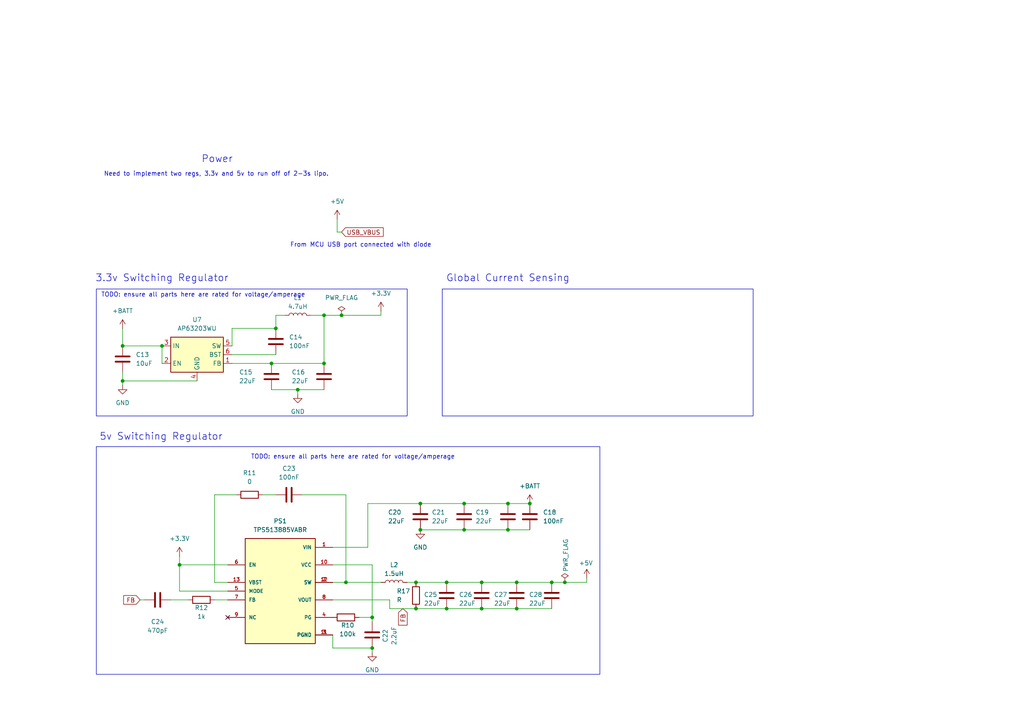
<source format=kicad_sch>
(kicad_sch (version 20231120) (generator "eeschema") (generator_version "8.0")
  (paper "A4")
  (lib_symbols
    (symbol "Device:C" (pin_numbers hide) (pin_names (offset 0.254))
      (property "Reference" "C" (at 0.635 2.54 0))
      (property "Value" "C" (at 0.635 -2.54 0))
      (symbol "C_0_1"
        (polyline (pts (xy -2.032 -0.762) (xy 2.032 -0.762)) (stroke (width 0.508)))
        (polyline (pts (xy -2.032 0.762) (xy 2.032 0.762)) (stroke (width 0.508)))
      )
      (symbol "C_1_1"
        (pin passive line (at 0 3.81 270) (length 2.794) (name "~") (number "1"))
        (pin passive line (at 0 -3.81 90) (length 2.794) (name "~") (number "2"))
      )
    )
    (symbol "Device:L" (pin_numbers hide) (pin_names (offset 1.016) hide)
      (property "Reference" "L" (at -1.27 0 90))
      (property "Value" "L" (at 1.905 0 90))
      (symbol "L_0_1"
        (arc (start 0 -2.54) (mid 0.6323 -1.905) (end 0 -1.27))
        (arc (start 0 -1.27) (mid 0.6323 -0.635) (end 0 0))
        (arc (start 0 0) (mid 0.6323 0.635) (end 0 1.27))
        (arc (start 0 1.27) (mid 0.6323 1.905) (end 0 2.54))
      )
      (symbol "L_1_1"
        (pin passive line (at 0 3.81 270) (length 1.27) (name "1") (number "1"))
        (pin passive line (at 0 -3.81 90) (length 1.27) (name "2") (number "2"))
      )
    )
    (symbol "Device:R" (pin_numbers hide) (pin_names (offset 0))
      (property "Reference" "R" (at 2.032 0 90))
      (property "Value" "R" (at 0 0 90))
      (symbol "R_0_1"
        (rectangle (start -1.016 -2.54) (end 1.016 2.54) (stroke (width 0.254)))
      )
      (symbol "R_1_1"
        (pin passive line (at 0 3.81 270) (length 1.27) (name "~") (number "1"))
        (pin passive line (at 0 -3.81 90) (length 1.27) (name "~") (number "2"))
      )
    )
    (symbol "Regulator_Switching:AP63203WU"
      (property "Reference" "U" (at -7.62 6.35 0))
      (property "Value" "AP63203WU" (at 2.54 6.35 0))
      (symbol "AP63203WU_0_1"
        (rectangle (start -7.62 5.08) (end 7.62 -5.08) (stroke (width 0.254)) (fill (type background)))
      )
      (symbol "AP63203WU_1_1"
        (pin input line (at 10.16 -2.54 180) (length 2.54) (name "FB") (number "1"))
        (pin input line (at -10.16 -2.54 0) (length 2.54) (name "EN") (number "2"))
        (pin power_in line (at -10.16 2.54 0) (length 2.54) (name "IN") (number "3"))
        (pin power_in line (at 0 -7.62 90) (length 2.54) (name "GND") (number "4"))
        (pin output line (at 10.16 2.54 180) (length 2.54) (name "SW") (number "5"))
        (pin passive line (at 10.16 0 180) (length 2.54) (name "BST") (number "6"))
      )
    )
    (symbol "TPS513885VABR:TPS513885VABR" (pin_names (offset 1.016))
      (property "Reference" "PS" (at -10.16 16.002 0))
      (property "Value" "TPS513885VABR" (at -10.16 -17.78 0))
      (symbol "TPS513885VABR_0_0"
        (rectangle (start -10.16 -15.24) (end 10.16 15.24) (stroke (width 0.254)) (fill (type background)))
        (pin power_in line (at 15.24 12.7 180) (length 5.08) (name "VIN") (number "1"))
        (pin output line (at 15.24 7.62 180) (length 5.08) (name "VCC") (number "10"))
        (pin power_in line (at 15.24 -12.7 180) (length 5.08) (name "PGND") (number "11"))
        (pin output line (at 15.24 2.54 180) (length 5.08) (name "SW") (number "12"))
        (pin input line (at -15.24 2.54 0) (length 5.08) (name "VBST") (number "13"))
        (pin output line (at 15.24 2.54 180) (length 5.08) (name "SW") (number "2"))
        (pin power_in line (at 15.24 -12.7 180) (length 5.08) (name "PGND") (number "3"))
        (pin output line (at 15.24 -7.62 180) (length 5.08) (name "PG") (number "4"))
        (pin input line (at -15.24 0 0) (length 5.08) (name "MODE") (number "5"))
        (pin input line (at -15.24 7.62 0) (length 5.08) (name "EN") (number "6"))
        (pin input line (at -15.24 -2.54 0) (length 5.08) (name "FB") (number "7"))
        (pin output line (at 15.24 -2.54 180) (length 5.08) (name "VOUT") (number "8"))
        (pin no_connect line (at -15.24 -7.62 0) (length 5.08) (name "NC") (number "9"))
      )
    )
    (symbol "power:+3.3V" (power) (pin_numbers hide) (pin_names (offset 0) hide)
      (property "Value" "+3.3V" (at 0 3.556 0))
      (symbol "+3.3V_0_1"
        (polyline (pts (xy -0.762 1.27) (xy 0 2.54)))
        (polyline (pts (xy 0 0) (xy 0 2.54)))
        (polyline (pts (xy 0 2.54) (xy 0.762 1.27)))
      )
      (symbol "+3.3V_1_1"
        (pin power_in line (at 0 0 90) (length 0) (name "~") (number "1"))
      )
    )
    (symbol "power:+5V" (power) (pin_numbers hide) (pin_names (offset 0) hide)
      (property "Value" "+5V" (at 0 3.556 0))
      (symbol "+5V_0_1"
        (polyline (pts (xy -0.762 1.27) (xy 0 2.54)))
        (polyline (pts (xy 0 0) (xy 0 2.54)))
        (polyline (pts (xy 0 2.54) (xy 0.762 1.27)))
      )
      (symbol "+5V_1_1"
        (pin power_in line (at 0 0 90) (length 0) (name "~") (number "1"))
      )
    )
    (symbol "power:+BATT" (power) (pin_numbers hide) (pin_names (offset 0) hide)
      (property "Value" "+BATT" (at 0 3.556 0))
      (symbol "+BATT_0_1"
        (polyline (pts (xy -0.762 1.27) (xy 0 2.54)))
        (polyline (pts (xy 0 0) (xy 0 2.54)))
        (polyline (pts (xy 0 2.54) (xy 0.762 1.27)))
      )
      (symbol "+BATT_1_1"
        (pin power_in line (at 0 0 90) (length 0) (name "~") (number "1"))
      )
    )
    (symbol "power:GND" (power) (pin_numbers hide) (pin_names (offset 0) hide)
      (property "Value" "GND" (at 0 -3.81 0))
      (symbol "GND_0_1"
        (polyline (pts (xy 0 0) (xy 0 -1.27) (xy 1.27 -1.27) (xy 0 -2.54) (xy -1.27 -1.27) (xy 0 -1.27)))
      )
      (symbol "GND_1_1"
        (pin power_in line (at 0 0 270) (length 0) (name "~") (number "1"))
      )
    )
    (symbol "power:PWR_FLAG" (power) (pin_numbers hide) (pin_names (offset 0) hide)
      (property "Value" "PWR_FLAG" (at 0 3.81 0))
      (symbol "PWR_FLAG_0_0"
        (pin power_out line (at 0 0 90) (length 0) (name "~") (number "1"))
      )
      (symbol "PWR_FLAG_0_1"
        (polyline (pts (xy 0 0) (xy 0 1.27) (xy -1.016 1.905) (xy 0 2.54) (xy 1.016 1.905) (xy 0 1.27)))
      )
    )
  )
  (junction (at 160.02 168.91))
  (junction (at 129.54 168.91))
  (junction (at 147.32 153.67))
  (junction (at 107.95 187.96))
  (junction (at 120.65 176.53))
  (junction (at 35.56 110.49))
  (junction (at 149.86 176.53))
  (junction (at 107.95 179.07))
  (junction (at 80.01 95.25))
  (junction (at 121.92 153.67))
  (junction (at 93.98 105.41))
  (junction (at 120.65 168.91))
  (junction (at 153.67 146.05))
  (junction (at 149.86 168.91))
  (junction (at 134.62 146.05))
  (junction (at 93.98 91.44))
  (junction (at 129.54 176.53))
  (junction (at 147.32 146.05))
  (junction (at 46.99 100.33))
  (junction (at 78.74 105.41))
  (junction (at 134.62 153.67))
  (junction (at 52.07 163.83))
  (junction (at 35.56 100.33))
  (junction (at 163.83 168.91))
  (junction (at 121.92 146.05))
  (junction (at 99.06 91.44))
  (junction (at 139.7 176.53))
  (junction (at 100.33 168.91))
  (junction (at 86.36 113.03))
  (junction (at 139.7 168.91))
  (no_connect (at 66.04 179.07))
  (wire (pts (xy 107.95 179.07) (xy 107.95 180.34)))
  (wire (pts (xy 118.11 168.91) (xy 120.65 168.91)))
  (wire (pts (xy 139.7 168.91) (xy 149.86 168.91)))
  (wire (pts (xy 134.62 153.67) (xy 147.32 153.67)))
  (wire (pts (xy 87.63 143.51) (xy 100.33 143.51)))
  (wire (pts (xy 134.62 146.05) (xy 147.32 146.05)))
  (wire (pts (xy 78.74 113.03) (xy 86.36 113.03)))
  (wire (pts (xy 78.74 105.41) (xy 93.98 105.41)))
  (wire (pts (xy 66.04 171.45) (xy 52.07 171.45)))
  (wire (pts (xy 129.54 168.91) (xy 139.7 168.91)))
  (wire (pts (xy 106.68 158.75) (xy 96.52 158.75)))
  (wire (pts (xy 96.52 163.83) (xy 107.95 163.83)))
  (wire (pts (xy 52.07 163.83) (xy 66.04 163.83)))
  (wire (pts (xy 107.95 189.23) (xy 107.95 187.96)))
  (wire (pts (xy 113.03 176.53) (xy 113.03 173.99)))
  (wire (pts (xy 67.31 100.33) (xy 67.31 95.25)))
  (wire (pts (xy 49.53 173.99) (xy 54.61 173.99)))
  (wire (pts (xy 121.92 153.67) (xy 134.62 153.67)))
  (wire (pts (xy 129.54 176.53) (xy 139.7 176.53)))
  (wire (pts (xy 62.23 173.99) (xy 66.04 173.99)))
  (wire (pts (xy 80.01 91.44) (xy 80.01 95.25)))
  (wire (pts (xy 93.98 105.41) (xy 93.98 91.44)))
  (wire (pts (xy 67.31 102.87) (xy 80.01 102.87)))
  (wire (pts (xy 35.56 111.76) (xy 35.56 110.49)))
  (wire (pts (xy 86.36 113.03) (xy 86.36 114.3)))
  (wire (pts (xy 147.32 146.05) (xy 153.67 146.05)))
  (wire (pts (xy 35.56 110.49) (xy 57.15 110.49)))
  (wire (pts (xy 96.52 184.15) (xy 96.52 187.96)))
  (wire (pts (xy 35.56 100.33) (xy 35.56 95.25)))
  (wire (pts (xy 120.65 176.53) (xy 129.54 176.53)))
  (wire (pts (xy 107.95 163.83) (xy 107.95 179.07)))
  (wire (pts (xy 139.7 176.53) (xy 149.86 176.53)))
  (wire (pts (xy 46.99 100.33) (xy 46.99 105.41)))
  (wire (pts (xy 106.68 146.05) (xy 121.92 146.05)))
  (wire (pts (xy 82.55 91.44) (xy 80.01 91.44)))
  (wire (pts (xy 149.86 176.53) (xy 160.02 176.53)))
  (wire (pts (xy 160.02 168.91) (xy 163.83 168.91)))
  (wire (pts (xy 113.03 176.53) (xy 120.65 176.53)))
  (wire (pts (xy 104.14 179.07) (xy 107.95 179.07)))
  (wire (pts (xy 66.04 168.91) (xy 62.23 168.91)))
  (wire (pts (xy 62.23 168.91) (xy 62.23 143.51)))
  (wire (pts (xy 46.99 100.33) (xy 35.56 100.33)))
  (wire (pts (xy 52.07 161.29) (xy 52.07 163.83)))
  (wire (pts (xy 113.03 173.99) (xy 96.52 173.99)))
  (wire (pts (xy 147.32 153.67) (xy 153.67 153.67)))
  (wire (pts (xy 97.79 63.5) (xy 97.79 67.31)))
  (wire (pts (xy 100.33 143.51) (xy 100.33 168.91)))
  (wire (pts (xy 52.07 171.45) (xy 52.07 163.83)))
  (wire (pts (xy 35.56 107.95) (xy 35.56 110.49)))
  (wire (pts (xy 62.23 143.51) (xy 68.58 143.51)))
  (wire (pts (xy 120.65 168.91) (xy 129.54 168.91)))
  (wire (pts (xy 96.52 187.96) (xy 107.95 187.96)))
  (wire (pts (xy 97.79 67.31) (xy 99.06 67.31)))
  (wire (pts (xy 106.68 146.05) (xy 106.68 158.75)))
  (wire (pts (xy 149.86 168.91) (xy 160.02 168.91)))
  (wire (pts (xy 40.64 173.99) (xy 41.91 173.99)))
  (wire (pts (xy 76.2 143.51) (xy 80.01 143.51)))
  (wire (pts (xy 96.52 168.91) (xy 100.33 168.91)))
  (wire (pts (xy 67.31 95.25) (xy 80.01 95.25)))
  (wire (pts (xy 67.31 105.41) (xy 78.74 105.41)))
  (wire (pts (xy 100.33 168.91) (xy 110.49 168.91)))
  (wire (pts (xy 110.49 90.17) (xy 110.49 91.44)))
  (wire (pts (xy 93.98 91.44) (xy 99.06 91.44)))
  (wire (pts (xy 163.83 168.91) (xy 170.18 168.91)))
  (wire (pts (xy 99.06 91.44) (xy 110.49 91.44)))
  (wire (pts (xy 90.17 91.44) (xy 93.98 91.44)))
  (wire (pts (xy 86.36 113.03) (xy 93.98 113.03)))
  (wire (pts (xy 121.92 146.05) (xy 134.62 146.05)))
  (wire (pts (xy 170.18 167.64) (xy 170.18 168.91)))
  (rectangle (start 27.94 83.82) (end 118.11 120.65))
  (rectangle (start 27.94 129.54) (end 173.99 195.58))
  (rectangle (start 128.27 83.82) (end 218.44 120.65))
  (text "TODO: ensure all parts here are rated for voltage/amperage" (at 58.928 85.598 0) (effects (font (size 1.27 1.27))))
  (text "Power" (at 62.992 46.228 0) (effects (font (size 2.032 2.032))))
  (text "5v Switching Regulator" (at 46.736 126.746 0) (effects (font (size 2.032 2.032))))
  (text "3.3v Switching Regulator\n" (at 46.99 80.772 0) (effects (font (size 2.032 2.032))))
  (text "Global Current Sensing\n" (at 147.32 80.772 0) (effects (font (size 2.032 2.032))))
  (text "TODO: ensure all parts here are rated for voltage/amperage" (at 102.362 132.588 0) (effects (font (size 1.27 1.27))))
  (text "From MCU USB port connected with diode" (at 104.648 71.12 0) (effects (font (size 1.27 1.27))))
  (text "Need to implement two regs, 3.3v and 5v to run off of 2-3s lipo." (at 62.738 50.546 0) (effects (font (size 1.27 1.27))))
  (global_label "FB" (shape input) (at 40.64 173.99 180) (property "Intersheetrefs" "${INTERSHEET_REFS}" (effects (hide yes))))
  (global_label "USB_VBUS" (shape input) (at 99.06 67.31 0) (property "Intersheetrefs" "${INTERSHEET_REFS}" (effects (hide yes))))
  (global_label "FB" (shape input) (at 116.84 176.53 270) (property "Intersheetrefs" "${INTERSHEET_REFS}" (effects (hide yes))))
  (symbol (lib_id "Device:C") (at 93.98 109.22 0) (unit 1)
    (property "Reference" "C16" (at 84.582 107.95 0) (effects (justify left)))
    (property "Value" "22uF" (at 84.582 110.49 0) (effects (justify left)))
    (property "Footprint" "Capacitor_SMD:C_1206_3216Metric" (effects (hide yes)))
    (property "Description" "Unpolarized capacitor" (effects (hide yes)))
  )
  (symbol (lib_id "Device:L") (at 86.36 91.44 90) (unit 1)
    (property "Reference" "L1" (at 86.36 86.36 90))
    (property "Value" "4.7uH" (at 86.36 88.9 90))
    (property "Footprint" "Inductor_SMD:L_1008_2520Metric" (effects (hide yes)))
    (property "Description" "Inductor" (effects (hide yes)))
  )
  (symbol (lib_id "power:PWR_FLAG") (at 99.06 91.44 0) (unit 1)
    (property "Reference" "#FLG02" (effects (hide yes)))
    (property "Value" "PWR_FLAG" (at 99.06 86.36 0))
    (property "Description" "Special symbol for telling ERC where power comes from" (effects (hide yes)))
  )
  (symbol (lib_id "power:GND") (at 35.56 111.76 0) (unit 1)
    (property "Reference" "#PWR026" (effects (hide yes)))
    (property "Value" "GND" (at 35.56 116.84 0))
    (property "Description" "Power symbol creates a global label with name \"GND\" , ground" (effects (hide yes)))
  )
  (symbol (lib_id "Device:C") (at 149.86 172.72 0) (unit 1)
    (property "Reference" "C27" (at 143.256 172.466 0) (effects (justify left)))
    (property "Value" "22uF" (at 143.256 175.006 0) (effects (justify left)))
    (property "Footprint" "Capacitor_SMD:C_1206_3216Metric" (effects (hide yes)))
    (property "Description" "Unpolarized capacitor" (effects (hide yes)))
  )
  (symbol (lib_id "Device:C") (at 78.74 109.22 0) (unit 1)
    (property "Reference" "C15" (at 69.342 107.95 0) (effects (justify left)))
    (property "Value" "22uF" (at 69.342 110.49 0) (effects (justify left)))
    (property "Footprint" "Capacitor_SMD:C_1206_3216Metric" (effects (hide yes)))
    (property "Description" "Unpolarized capacitor" (effects (hide yes)))
  )
  (symbol (lib_id "Device:C") (at 139.7 172.72 0) (unit 1)
    (property "Reference" "C26" (at 133.096 172.466 0) (effects (justify left)))
    (property "Value" "22uF" (at 133.096 175.006 0) (effects (justify left)))
    (property "Footprint" "Capacitor_SMD:C_1206_3216Metric" (effects (hide yes)))
    (property "Description" "Unpolarized capacitor" (effects (hide yes)))
  )
  (symbol (lib_id "power:GND") (at 86.36 114.3 0) (unit 1)
    (property "Reference" "#PWR027" (effects (hide yes)))
    (property "Value" "GND" (at 86.36 119.38 0))
    (property "Description" "Power symbol creates a global label with name \"GND\" , ground" (effects (hide yes)))
  )
  (symbol (lib_id "TPS513885VABR:TPS513885VABR") (at 81.28 171.45 0) (unit 1)
    (property "Reference" "PS1" (at 81.28 151.13 0))
    (property "Value" "TPS513885VABR" (at 81.28 153.67 0))
    (property "Footprint" "TPS513885VABR:CONV_TPS513885VABR" (effects (hide yes)))
    (property "MF" "Texas Instruments" (effects (hide yes)))
    (property "SNAPEDA_PACKAGE_ID" "127449" (effects (hide yes)))
    (property "Package" "PowerVFQFN-13 Texas Instruments" (effects (hide yes)))
    (property "Price" "None" (effects (hide yes)))
    (property "Check_prices" "https://www.snapeda.com/parts/TPS513885VABR/Texas+Instruments/view-part/?ref=eda" (effects (hide yes)))
    (property "STANDARD" "Manufacturer Recommendations" (effects (hide yes)))
    (property "PARTREV" "B" (effects (hide yes)))
    (property "SnapEDA_Link" "https://www.snapeda.com/parts/TPS513885VABR/Texas+Instruments/view-part/?ref=snap" (effects (hide yes)))
    (property "MP" "TPS513885VABR" (effects (hide yes)))
    (property "Description_1" "\n                        \n                            Buck Switching Regulator IC Positive Fixed 5.15V 1 Output 12A 13-PowerVFQFN\n                        \n" (effects (hide yes)))
    (property "MANUFACTURER" "Texas Instruments" (effects (hide yes)))
    (property "Availability" "In Stock" (effects (hide yes)))
    (property "MAXIMUM_PACKAGE_HEIGHT" "1.00mm" (effects (hide yes)))
  )
  (symbol (lib_id "Device:R") (at 58.42 173.99 90) (unit 1)
    (property "Reference" "R12" (at 58.42 176.276 90))
    (property "Value" "1k" (at 58.42 178.816 90))
    (property "Footprint" "Resistor_SMD:R_0402_1005Metric" (effects (hide yes)))
    (property "Description" "Resistor" (effects (hide yes)))
  )
  (symbol (lib_id "Device:R") (at 72.39 143.51 270) (unit 1)
    (property "Reference" "R11" (at 72.39 137.16 90))
    (property "Value" "0" (at 72.39 139.7 90))
    (property "Description" "Resistor" (effects (hide yes)))
  )
  (symbol (lib_id "Device:C") (at 107.95 184.15 180) (unit 1)
    (property "Reference" "C22" (at 111.76 184.404 90))
    (property "Value" "2.2uF" (at 114.3 184.404 90))
    (property "Footprint" "Capacitor_SMD:C_0603_1608Metric" (effects (hide yes)))
    (property "Description" "Unpolarized capacitor" (effects (hide yes)))
  )
  (symbol (lib_id "Device:C") (at 80.01 99.06 0) (unit 1)
    (property "Reference" "C14" (at 83.82 97.7899 0) (effects (justify left)))
    (property "Value" "100nF" (at 83.82 100.3299 0) (effects (justify left)))
    (property "Footprint" "Capacitor_SMD:C_0402_1005Metric" (effects (hide yes)))
    (property "Description" "Unpolarized capacitor" (effects (hide yes)))
  )
  (symbol (lib_id "power:PWR_FLAG") (at 163.83 168.91 0) (unit 1)
    (property "Reference" "#FLG01" (effects (hide yes)))
    (property "Value" "PWR_FLAG" (at 164.084 165.862 90) (effects (justify left)))
    (property "Description" "Special symbol for telling ERC where power comes from" (effects (hide yes)))
  )
  (symbol (lib_id "power:+3.3V") (at 52.07 161.29 0) (unit 1)
    (property "Reference" "#PWR055" (effects (hide yes)))
    (property "Value" "+3.3V" (at 52.07 156.21 0))
    (property "Description" "Power symbol creates a global label with name \"+3.3V\"" (effects (hide yes)))
  )
  (symbol (lib_id "Device:C") (at 45.72 173.99 90) (unit 1)
    (property "Reference" "C24" (at 45.72 180.34 90))
    (property "Value" "470pF" (at 45.72 182.88 90))
    (property "Footprint" "Capacitor_SMD:C_0402_1005Metric" (effects (hide yes)))
    (property "Description" "Unpolarized capacitor" (effects (hide yes)))
  )
  (symbol (lib_id "Device:C") (at 153.67 149.86 0) (unit 1)
    (property "Reference" "C18" (at 157.48 148.5899 0) (effects (justify left)))
    (property "Value" "100nF" (at 157.48 151.1299 0) (effects (justify left)))
    (property "Footprint" "Capacitor_SMD:C_0402_1005Metric" (effects (hide yes)))
    (property "Description" "Unpolarized capacitor" (effects (hide yes)))
  )
  (symbol (lib_id "Device:C") (at 147.32 149.86 0) (unit 1)
    (property "Reference" "C19" (at 137.922 148.59 0) (effects (justify left)))
    (property "Value" "22uF" (at 137.922 151.13 0) (effects (justify left)))
    (property "Footprint" "Capacitor_SMD:C_1206_3216Metric" (effects (hide yes)))
    (property "Description" "Unpolarized capacitor" (effects (hide yes)))
  )
  (symbol (lib_id "power:+BATT") (at 35.56 95.25 0) (unit 1)
    (property "Reference" "#PWR025" (effects (hide yes)))
    (property "Value" "+BATT" (at 35.56 90.17 0))
    (property "Description" "Power symbol creates a global label with name \"+BATT\"" (effects (hide yes)))
  )
  (symbol (lib_id "power:GND") (at 107.95 189.23 0) (unit 1)
    (property "Reference" "#PWR054" (effects (hide yes)))
    (property "Value" "GND" (at 107.95 194.31 0))
    (property "Description" "Power symbol creates a global label with name \"GND\" , ground" (effects (hide yes)))
  )
  (symbol (lib_id "Device:L") (at 114.3 168.91 90) (unit 1)
    (property "Reference" "L2" (at 114.3 163.83 90))
    (property "Value" "1.5uH" (at 114.3 166.37 90))
    (property "Footprint" "Inductor_SMD:L_1008_2520Metric" (effects (hide yes)))
    (property "Datasheet" "FTC252012SR10MBCA" (effects (hide yes)))
    (property "Description" "Inductor" (effects (hide yes)))
  )
  (symbol (lib_id "Device:C") (at 134.62 149.86 0) (unit 1)
    (property "Reference" "C21" (at 125.222 148.59 0) (effects (justify left)))
    (property "Value" "22uF" (at 125.222 151.13 0) (effects (justify left)))
    (property "Footprint" "Capacitor_SMD:C_1206_3216Metric" (effects (hide yes)))
    (property "Description" "Unpolarized capacitor" (effects (hide yes)))
  )
  (symbol (lib_id "Device:R") (at 120.65 172.72 0) (unit 1)
    (property "Reference" "R17" (at 115.062 171.45 0) (effects (justify left)))
    (property "Value" "R" (at 115.062 173.99 0) (effects (justify left)))
    (property "Description" "Resistor" (effects (hide yes)))
  )
  (symbol (lib_id "Device:C") (at 129.54 172.72 0) (unit 1)
    (property "Reference" "C25" (at 122.936 172.466 0) (effects (justify left)))
    (property "Value" "22uF" (at 122.936 175.006 0) (effects (justify left)))
    (property "Footprint" "Capacitor_SMD:C_1206_3216Metric" (effects (hide yes)))
    (property "Description" "Unpolarized capacitor" (effects (hide yes)))
  )
  (symbol (lib_id "power:+BATT") (at 153.67 146.05 0) (unit 1)
    (property "Reference" "#PWR042" (effects (hide yes)))
    (property "Value" "+BATT" (at 153.67 140.97 0))
    (property "Description" "Power symbol creates a global label with name \"+BATT\"" (effects (hide yes)))
  )
  (symbol (lib_id "power:+5V") (at 97.79 63.5 0) (unit 1)
    (property "Reference" "#PWR016" (effects (hide yes)))
    (property "Value" "+5V" (at 97.79 58.42 0))
    (property "Description" "Power symbol creates a global label with name \"+5V\"" (effects (hide yes)))
  )
  (symbol (lib_id "Regulator_Switching:AP63203WU") (at 57.15 102.87 0) (unit 1)
    (property "Reference" "U7" (at 57.15 92.71 0))
    (property "Value" "AP63203WU" (at 57.15 95.25 0))
    (property "Footprint" "Package_TO_SOT_SMD:TSOT-23-6" (effects (hide yes)))
    (property "Datasheet" "https://www.diodes.com/assets/Datasheets/AP63200-AP63201-AP63203-AP63205.pdf" (effects (hide yes)))
    (property "Description" "2A, 1.1MHz Buck DC/DC Converter, fixed 3.3V output voltage, TSOT-23-6" (effects (hide yes)))
  )
  (symbol (lib_id "power:GND") (at 121.92 153.67 0) (unit 1)
    (property "Reference" "#PWR043" (effects (hide yes)))
    (property "Value" "GND" (at 121.92 158.75 0))
    (property "Description" "Power symbol creates a global label with name \"GND\" , ground" (effects (hide yes)))
  )
  (symbol (lib_id "Device:R") (at 100.33 179.07 90) (unit 1)
    (property "Reference" "R10" (at 100.838 181.356 90))
    (property "Value" "100k" (at 100.838 183.896 90))
    (property "Footprint" "Resistor_SMD:R_0603_1608Metric" (effects (hide yes)))
    (property "Description" "Resistor" (effects (hide yes)))
  )
  (symbol (lib_id "power:+3.3V") (at 110.49 90.17 0) (unit 1)
    (property "Reference" "#PWR02" (effects (hide yes)))
    (property "Value" "+3.3V" (at 110.49 85.09 0))
    (property "Description" "Power symbol creates a global label with name \"+3.3V\"" (effects (hide yes)))
  )
  (symbol (lib_id "Device:C") (at 83.82 143.51 90) (unit 1)
    (property "Reference" "C23" (at 83.82 135.89 90))
    (property "Value" "100nF" (at 83.82 138.43 90))
    (property "Footprint" "Capacitor_SMD:C_0402_1005Metric" (effects (hide yes)))
    (property "Description" "Unpolarized capacitor" (effects (hide yes)))
  )
  (symbol (lib_id "Device:C") (at 35.56 104.14 0) (unit 1)
    (property "Reference" "C13" (at 39.37 102.8699 0) (effects (justify left)))
    (property "Value" "10uF" (at 39.37 105.4099 0) (effects (justify left)))
    (property "Footprint" "Capacitor_SMD:C_0805_2012Metric" (effects (hide yes)))
    (property "Description" "Unpolarized capacitor" (effects (hide yes)))
  )
  (symbol (lib_id "Device:C") (at 160.02 172.72 0) (unit 1)
    (property "Reference" "C28" (at 153.416 172.466 0) (effects (justify left)))
    (property "Value" "22uF" (at 153.416 175.006 0) (effects (justify left)))
    (property "Footprint" "Capacitor_SMD:C_1206_3216Metric" (effects (hide yes)))
    (property "Description" "Unpolarized capacitor" (effects (hide yes)))
  )
  (symbol (lib_id "Device:C") (at 121.92 149.86 0) (unit 1)
    (property "Reference" "C20" (at 112.522 148.59 0) (effects (justify left)))
    (property "Value" "22uF" (at 112.522 151.13 0) (effects (justify left)))
    (property "Footprint" "Capacitor_SMD:C_1206_3216Metric" (effects (hide yes)))
    (property "Description" "Unpolarized capacitor" (effects (hide yes)))
  )
  (symbol (lib_id "power:+5V") (at 170.18 167.64 0) (unit 1)
    (property "Reference" "#PWR01" (effects (hide yes)))
    (property "Value" "+5V" (at 169.926 163.322 0))
    (property "Description" "Power symbol creates a global label with name \"+5V\"" (effects (hide yes)))
  )
)
</source>
